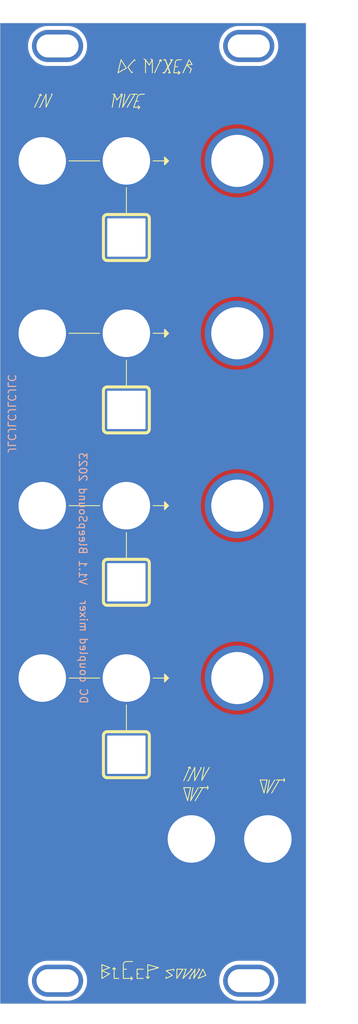
<source format=kicad_pcb>
(kicad_pcb (version 20221018) (generator pcbnew)
  (layers (0 "F.Cu" signal) (31 "B.Cu" signal) (34 "B.Paste" user) (35 "F.Paste" user) (36 "B.SilkS" user "B.Silkscreen") (37 "F.SilkS" user "F.Silkscreen") (38 "B.Mask" user) (39 "F.Mask" user) (44 "Edge.Cuts" user))
  (net 0 "")
  (net 1 "GND")
  (footprint "Synth:Doepfer Mounting hole" (layer "F.Cu") (at 79.5 147)
    (fp_text reference "H1" hide)
    (fp_text value "MountingHole")
    (pad "1" thru_hole oval (at 0 0) (size 6.7 4.2) (drill oval 5.5 3) (layers "*.Cu" "*.Mask"))
  )
  (footprint "Synth:Doepfer Mounting hole" (layer "F.Cu") (at 79.5 25)
    (fp_text reference "H4" hide)
    (fp_text value "MountingHole")
    (pad "1" thru_hole oval (at 0 0) (size 6.7 4.2) (drill oval 5.5 3) (layers "*.Cu" "*.Mask"))
  )
  (footprint "Synth:Doepfer Mounting hole" (layer "F.Cu") (at 104.5 147)
    (fp_text reference "H3" hide)
    (fp_text value "MountingHole")
    (pad "1" thru_hole oval (at 0 0) (size 6.7 4.2) (drill oval 5.5 3) (layers "*.Cu" "*.Mask"))
  )
  (footprint "Synth:Doepfer Mounting hole" (layer "F.Cu") (at 104.5 25)
    (fp_text reference "H2" hide)
    (fp_text value "MountingHole")
    (pad "1" thru_hole oval (at 0 0) (size 6.7 4.2) (drill oval 5.5 3) (layers "*.Cu" "*.Mask"))
  )
  (gr_circle (center 103 107.5) (end 111.6 107.5) (stroke (width 0.2)) (fill solid) (layer "F.Cu"))
  (gr_circle (center 103 40) (end 111.6 40) (stroke (width 0.2)) (fill solid) (layer "F.Cu"))
  (gr_circle (center 103 85) (end 111.6 85) (stroke (width 0.2)) (fill solid) (layer "F.Cu"))
  (gr_circle (center 103 62.5) (end 111.6 62.5) (stroke (width 0.2)) (fill solid) (layer "F.Cu"))
  (gr_line (start 86.9 145.3) (end 86.9 146.7) (stroke (width 0.12)) (layer "F.SilkS"))
  (gr_line (start 88.1 146.7) (end 89.3 146.7) (stroke (width 0.12)) (layer "F.SilkS"))
  (gr_line (start 85.3 146.7) (end 86.3 146.1) (stroke (width 0.12)) (layer "F.SilkS"))
  (gr_line (start 86.3 146.1) (end 85.3 145.7) (stroke (width 0.12)) (layer "F.SilkS"))
  (gr_line (start 86.9 146.7) (end 87.5 146.7) (stroke (width 0.12)) (layer "F.SilkS"))
  (gr_line (start 88.5 144.5) (end 89.3 144.5) (stroke (width 0.12)) (layer "F.SilkS"))
  (gr_line (start 89.9 146.7) (end 90.7 146.7) (stroke (width 0.12)) (layer "F.SilkS"))
  (gr_line (start 91.3 144.9) (end 92.7 145.3) (stroke (width 0.12)) (layer "F.SilkS"))
  (gr_line (start 88.1 144.9) (end 88.1 146.7) (stroke (width 0.12)) (layer "F.SilkS"))
  (gr_line (start 88.1 145.5) (end 88.5 145.5) (stroke (width 0.12)) (layer "F.SilkS"))
  (gr_line (start 89.9 145.5) (end 89.9 146.7) (stroke (width 0.12)) (layer "F.SilkS"))
  (gr_line (start 91.1 146.5) (end 91.3 146.7) (stroke (width 0.12)) (layer "F.SilkS"))
  (gr_line (start 89.9 145.5) (end 90.7 145.5) (stroke (width 0.12)) (layer "F.SilkS"))
  (gr_line (start 91.3 146.7) (end 91.3 146.5) (stroke (width 0.12)) (layer "F.SilkS"))
  (gr_line (start 91.3 144.9) (end 91.3 146.7) (stroke (width 0.12)) (layer "F.SilkS"))
  (gr_line (start 92.7 145.3) (end 91.3 145.7) (stroke (width 0.12)) (layer "F.SilkS"))
  (gr_line (start 89.9 146.1) (end 90.1 146.1) (stroke (width 0.12)) (layer "F.SilkS"))
  (gr_line (start 85.3 145.7) (end 86.3 145.3) (stroke (width 0.12)) (layer "F.SilkS"))
  (gr_line (start 91.3 146.7) (end 91.5 146.5) (stroke (width 0.12)) (layer "F.SilkS"))
  (gr_line (start 85.3 144.9) (end 85.3 146.7) (stroke (width 0.12)) (layer "F.SilkS"))
  (gr_line (start 86.3 145.3) (end 85.3 144.9) (stroke (width 0.12)) (layer "F.SilkS"))
  (gr_line (start 98.1 145.5) (end 97.9 145.5) (stroke (width 0.12)) (layer "F.SilkS"))
  (gr_line (start 93.7 146.7) (end 93.7 146.5) (stroke (width 0.12)) (layer "F.SilkS"))
  (gr_line (start 95.1 145.5) (end 95.1 146.7) (stroke (width 0.12)) (layer "F.SilkS"))
  (gr_line (start 96.3 145.5) (end 95.9 146.7) (stroke (width 0.12)) (layer "F.SilkS"))
  (gr_line (start 95.9 146.7) (end 97.1 145.5) (stroke (width 0.12)) (layer "F.SilkS"))
  (gr_line (start 98.5 145.5) (end 97.9 146.7) (stroke (width 0.12)) (layer "F.SilkS"))
  (gr_line (start 98.5 145.5) (end 98.9 146.3) (stroke (width 0.12)) (layer "F.SilkS"))
  (gr_line (start 94.7 145.5) (end 94.7 145.7) (stroke (width 0.12)) (layer "F.SilkS"))
  (gr_line (start 86.9 145.3) (end 86.7 145.5) (stroke (width 0.12)) (layer "F.SilkS"))
  (gr_line (start 86.9 145.3) (end 87.1 145.5) (stroke (width 0.12)) (layer "F.SilkS"))
  (gr_line (start 97.5 145.5) (end 97.3 146.7) (stroke (width 0.12)) (layer "F.SilkS"))
  (gr_arc (start 88.1 144.9) (mid 88.217157 144.617157) (end 88.5 144.5) (stroke (width 0.12)) (layer "F.SilkS"))
  (gr_line (start 94.5 146.3) (end 93.7 146.7) (stroke (width 0.12)) (layer "F.SilkS"))
  (gr_line (start 89.3 146.7) (end 89.1 146.5) (stroke (width 0.12)) (layer "F.SilkS"))
  (gr_line (start 89.3 146.7) (end 89.1 146.9) (stroke (width 0.12)) (layer "F.SilkS"))
  (gr_line (start 93.7 145.7) (end 94.5 146.3) (stroke (width 0.12)) (layer "F.SilkS"))
  (gr_line (start 95.9 145.5) (end 95.1 145.5) (stroke (width 0.12)) (layer "F.SilkS"))
  (gr_line (start 97.3 146.7) (end 98.1 145.5) (stroke (width 0.12)) (layer "F.SilkS"))
  (gr_line (start 97.5 145.5) (end 96.7 146.7) (stroke (width 0.12)) (layer "F.SilkS"))
  (gr_line (start 96.3 145.5) (end 96.1 145.5) (stroke (width 0.12)) (layer "F.SilkS"))
  (gr_line (start 96.7 146.7) (end 96.9 146.7) (stroke (width 0.12)) (layer "F.SilkS"))
  (gr_line (start 97.1 145.5) (end 96.9 145.5) (stroke (width 0.12)) (layer "F.SilkS"))
  (gr_line (start 95.1 146.7) (end 95.9 145.5) (stroke (width 0.12)) (layer "F.SilkS"))
  (gr_line (start 97.9 146.7) (end 98.9 146.3) (stroke (width 0.12)) (layer "F.SilkS"))
  (gr_line (start 94.7 145.5) (end 93.7 145.7) (stroke (width 0.12)) (layer "F.SilkS"))
  (gr_line (start 88.5 43.5) (end 88.5 47) (stroke (width 0.12)) (layer "F.SilkS"))
  (gr_line (start 108.1 120.8) (end 108.8 120.8) (stroke (width 0.12)) (layer "F.SilkS"))
  (gr_line (start 106.5 122.5) (end 106 120.8) (stroke (width 0.12)) (layer "F.SilkS"))
  (gr_line (start 106 120.8) (end 106.9 120.8) (stroke (width 0.12)) (layer "F.SilkS"))
  (gr_line (start 107.2 120.8) (end 106.9 122.5) (stroke (width 0.12)) (layer "F.SilkS"))
  (gr_line (start 106.9 122.5) (end 107.9 120.8) (stroke (width 0.12)) (layer "F.SilkS"))
  (gr_line (start 106.9 120.8) (end 106.5 122.5) (stroke (width 0.12)) (layer "F.SilkS"))
  (gr_line (start 108.5 120.8) (end 107.5 122.5) (stroke (width 0.12)) (layer "F.SilkS"))
  (gr_line (start 77.3 31.3) (end 77.1 31.4) (stroke (width 0.12)) (layer "F.SilkS"))
  (gr_line (start 77.2 33) (end 78 31.3) (stroke (width 0.12)) (layer "F.SilkS"))
  (gr_line (start 77.2 33) (end 77.1 33) (stroke (width 0.12)) (layer "F.SilkS"))
  (gr_line (start 78 31.3) (end 78 33) (stroke (width 0.12)) (layer "F.SilkS"))
  (gr_line (start 77.3 31.3) (end 77.4 31.5) (stroke (width 0.12)) (layer "F.SilkS"))
  (gr_line (start 78 33) (end 78.8 31.3) (stroke (width 0.12)) (layer "F.SilkS"))
  (gr_line (start 76.5 33) (end 77.3 31.3) (stroke (width 0.12)) (layer "F.SilkS"))
  (gr_line (start 78.8 31.3) (end 78.7 31.3) (stroke (width 0.12)) (layer "F.SilkS"))
  (gr_line (start 109.2 120.8) (end 109.1 121) (stroke (width 0.12)) (layer "F.SilkS"))
  (gr_line (start 96.9 121.8) (end 96.5 123.5) (stroke (width 0.12)) (layer "F.SilkS"))
  (gr_line (start 81 107.5) (end 85 107.5) (stroke (width 0.12)) (layer "F.SilkS"))
  (gr_line (start 98.3 119.2) (end 97.425 120.9) (stroke (width 0.12)) (layer "F.SilkS"))
  (gr_line (start 85.5 47.5) (end 85.5 52.5) (stroke (width 0.4)) (layer "F.SilkS"))
  (gr_line (start 96.5 123.5) (end 96 121.8) (stroke (width 0.12)) (layer "F.SilkS"))
  (gr_line (start 88 33) (end 89 31.3) (stroke (width 0.12)) (layer "F.SilkS"))
  (gr_line (start 96.7 26.8) (end 95.9 28.5) (stroke (width 0.12)) (layer "F.SilkS"))
  (gr_arc (start 91 47) (mid 91.353553 47.146447) (end 91.5 47.5) (stroke (width 0.4)) (layer "F.SilkS"))
  (gr_line (start 87.95 31.3) (end 87.25 32.05) (stroke (width 0.12)) (layer "F.SilkS"))
  (gr_line (start 97.1 27.4) (end 96.4 27.5) (stroke (width 0.12)) (layer "F.SilkS"))
  (gr_line (start 96 121.8) (end 96.9 121.8) (stroke (width 0.12)) (layer "F.SilkS"))
  (gr_arc (start 91 92) (mid 91.353553 92.146447) (end 91.5 92.5) (stroke (width 0.4)) (layer "F.SilkS"))
  (gr_line (start 85.5 70) (end 85.5 75) (stroke (width 0.4)) (layer "F.SilkS"))
  (gr_poly (pts (xy 94 62.5) (xy 93.5 63) (xy 93.5 62)) (stroke (width 0.15)) (fill solid) (layer "F.SilkS"))
  (gr_line (start 91.5 47.5) (end 91.5 52.5) (stroke (width 0.4)) (layer "F.SilkS"))
  (gr_line (start 89.55 26.8) (end 88.7 27.75) (stroke (width 0.12)) (layer "F.SilkS"))
  (gr_line (start 93 26.8) (end 93.1 27) (stroke (width 0.12)) (layer "F.SilkS"))
  (gr_arc (start 85.5 115) (mid 85.646447 114.646447) (end 86 114.5) (stroke (width 0.4)) (layer "F.SilkS"))
  (gr_line (start 98.8 121.8) (end 99.2 121.8) (stroke (width 0.12)) (layer "F.SilkS"))
  (gr_line (start 86 69.5) (end 91 69.5) (stroke (width 0.4)) (layer "F.SilkS"))
  (gr_line (start 87.95 31.3) (end 87.55 33) (stroke (width 0.12)) (layer "F.SilkS"))
  (gr_line (start 88.5 88.5) (end 88.5 92) (stroke (width 0.12)) (layer "F.SilkS"))
  (gr_line (start 86 114.5) (end 91 114.5) (stroke (width 0.4)) (layer "F.SilkS"))
  (gr_line (start 93 26.8) (end 92.8 26.9) (stroke (width 0.12)) (layer "F.SilkS"))
  (gr_line (start 94 107.5) (end 92 107.5) (stroke (width 0.12)) (layer "F.SilkS"))
  (gr_line (start 87.8 26.8) (end 87.4 28.5) (stroke (width 0.12)) (layer "F.SilkS"))
  (gr_line (start 87.95 31.3) (end 87.75 31.3) (stroke (width 0.12)) (layer "F.SilkS"))
  (gr_arc (start 86 53) (mid 85.646447 52.853553) (end 85.5 52.5) (stroke (width 0.4)) (layer "F.SilkS"))
  (gr_line (start 91.5 70) (end 91.5 75) (stroke (width 0.4)) (layer "F.SilkS"))
  (gr_line (start 89.55 26.8) (end 89.65 26.9) (stroke (width 0.12)) (layer "F.SilkS"))
  (gr_line (start 91 26.8) (end 91 28.5) (stroke (width 0.12)) (layer "F.SilkS"))
  (gr_line (start 92.2 28.5) (end 93 26.8) (stroke (width 0.12)) (layer "F.SilkS"))
  (gr_line (start 87.25 32.05) (end 86.95 31.3) (stroke (width 0.12)) (layer "F.SilkS"))
  (gr_line (start 91 98) (end 86 98) (stroke (width 0.4)) (layer "F.SilkS"))
  (gr_line (start 89.75 32.2) (end 90.05 32.2) (stroke (width 0.12)) (layer "F.SilkS"))
  (gr_line (start 90.25 33) (end 90.05 32.8) (stroke (width 0.12)) (layer "F.SilkS"))
  (gr_line (start 81 40) (end 85 40) (stroke (width 0.12)) (layer "F.SilkS"))
  (gr_arc (start 85.5 70) (mid 85.646447 69.646447) (end 86 69.5) (stroke (width 0.4)) (layer "F.SilkS"))
  (gr_line (start 96.8 119.1) (end 96.6 119.2) (stroke (width 0.12)) (layer "F.SilkS"))
  (gr_line (start 90.25 33) (end 90.05 33.2) (stroke (width 0.12)) (layer "F.SilkS"))
  (gr_line (start 90.45 31.3) (end 90.85 31.3) (stroke (width 0.12)) (layer "F.SilkS"))
  (gr_line (start 86 92) (end 91 92) (stroke (width 0.4)) (layer "F.SilkS"))
  (gr_line (start 91.5 27.5) (end 91 26.8) (stroke (width 0.12)) (layer "F.SilkS"))
  (gr_line (start 98.5 121.8) (end 97.5 123.5) (stroke (width 0.12)) (layer "F.SilkS"))
  (gr_poly (pts (xy 94 40) (xy 93.5 40.5) (xy 93.5 39.5)) (stroke (width 0.15)) (fill solid) (layer "F.SilkS"))
  (gr_line (start 109.2 120.8) (end 109.1 120.6) (stroke (width 0.12)) (layer "F.SilkS"))
  (gr_line (start 99.2 121.8) (end 99.1 122) (stroke (width 0.12)) (layer "F.SilkS"))
  (gr_line (start 91 120.5) (end 86 120.5) (stroke (width 0.4)) (layer "F.SilkS"))
  (gr_line (start 85.5 115) (end 85.5 120) (stroke (width 0.4)) (layer "F.SilkS"))
  (gr_line (start 94 40) (end 92 40) (stroke (width 0.12)) (layer "F.SilkS"))
  (gr_arc (start 91.5 97.5) (mid 91.353553 97.853553) (end 91 98) (stroke (width 0.4)) (layer "F.SilkS"))
  (gr_arc (start 85.5 92.5) (mid 85.646447 92.146447) (end 86 92) (stroke (width 0.4)) (layer "F.SilkS"))
  (gr_line (start 99.2 121.8) (end 99.1 121.6) (stroke (width 0.12)) (layer "F.SilkS"))
  (gr_line (start 97.45 119.15) (end 97.425 120.9) (stroke (width 0.12)) (layer "F.SilkS"))
  (gr_arc (start 86 75.5) (mid 85.646447 75.353553) (end 85.5 75) (stroke (width 0.4)) (layer "F.SilkS"))
  (gr_line (start 97.45 119.15) (end 96.6 120.9) (stroke (width 0.12)) (layer "F.SilkS"))
  (gr_line (start 94.5 26.8) (end 94.3 26.8) (stroke (width 0.15)) (layer "F.SilkS"))
  (gr_line (start 89.95 31.65) (end 89.45 33) (stroke (width 0.12)) (layer "F.SilkS"))
  (gr_line (start 88.3 31.3) (end 88 33) (stroke (width 0.12)) (layer "F.SilkS"))
  (gr_arc (start 91.5 120) (mid 91.353553 120.353553) (end 91 120.5) (stroke (width 0.4)) (layer "F.SilkS"))
  (gr_line (start 86.95 31.3) (end 86.65 33) (stroke (width 0.12)) (layer "F.SilkS"))
  (gr_arc (start 86 98) (mid 85.646447 97.853553) (end 85.5 97.5) (stroke (width 0.4)) (layer "F.SilkS"))
  (gr_line (start 96.6 120.9) (end 96.5 120.9) (stroke (width 0.12)) (layer "F.SilkS"))
  (gr_line (start 93.6 26.8) (end 94.2 28.5) (stroke (width 0.15)) (layer "F.SilkS"))
  (gr_arc (start 89.95 31.65) (mid 90.147762 31.400375) (end 90.45 31.3) (stroke (width 0.12)) (layer "F.SilkS"))
  (gr_line (start 81 85) (end 85 85) (stroke (width 0.12)) (layer "F.SilkS"))
  (gr_poly (pts (xy 94 85) (xy 93.5 85.5) (xy 93.5 84.5)) (stroke (width 0.15)) (fill solid) (layer "F.SilkS"))
  (gr_line (start 94.9 27.2) (end 94.7 28.5) (stroke (width 0.12)) (layer "F.SilkS"))
  (gr_line (start 96 120.9) (end 96.8 119.1) (stroke (width 0.12)) (layer "F.SilkS"))
  (gr_arc (start 85.5 47.5) (mid 85.646447 47.146447) (end 86 47) (stroke (width 0.4)) (layer "F.SilkS"))
  (gr_arc (start 86 120.5) (mid 85.646447 120.353553) (end 85.5 120) (stroke (width 0.4)) (layer "F.SilkS"))
  (gr_line (start 98.1 121.8) (end 98.8 121.8) (stroke (width 0.12)) (layer "F.SilkS"))
  (gr_line (start 89.2 31.3) (end 89.9 31.3) (stroke (width 0.12)) (layer "F.SilkS"))
  (gr_arc (start 91 69.5) (mid 91.353553 69.646447) (end 91.5 70) (stroke (width 0.4)) (layer "F.SilkS"))
  (gr_line (start 96.4 27.5) (end 97 28) (stroke (width 0.12)) (layer "F.SilkS"))
  (gr_line (start 89.2 28.5) (end 89.3 28.4) (stroke (width 0.12)) (layer "F.SilkS"))
  (gr_line (start 94.9 27.7) (end 95.2 27.7) (stroke (width 0.12)) (layer "F.SilkS"))
  (gr_line (start 96.9 123.5) (end 97.9 121.8) (stroke (width 0.12)) (layer "F.SilkS"))
  (gr_line (start 94 85) (end 92 85) (stroke (width 0.12)) (layer "F.SilkS"))
  (gr_line (start 85.5 92.5) (end 85.5 97.5) (stroke (width 0.4)) (layer "F.SilkS"))
  (gr_arc (start 94.9 27.2) (mid 95.017157 26.917157) (end 95.3 26.8) (stroke (width 0.12)) (layer "F.SilkS"))
  (gr_line (start 88.5 66) (end 88.5 69.5) (stroke (width 0.12)) (layer "F.SilkS"))
  (gr_line (start 94 62.5) (end 92 62.5) (stroke (width 0.12)) (layer "F.SilkS"))
  (gr_line (start 91.9 26.8) (end 91.5 27.5) (stroke (width 0.12)) (layer "F.SilkS"))
  (gr_line (start 91 26.8) (end 90.8 26.7) (stroke (width 0.12)) (layer "F.SilkS"))
  (gr_line (start 81 62.5) (end 85 62.5) (stroke (width 0.12)) (layer "F.SilkS"))
  (gr_line (start 93.6 26.8) (end 93.4 26.8) (stroke (width 0.15)) (layer "F.SilkS"))
  (gr_line (start 95.3 26.8) (end 95.7 26.8) (stroke (width 0.12)) (layer "F.SilkS"))
  (gr_poly (pts (xy 94 107.5) (xy 93.5 108) (xy 93.5 107)) (stroke (width 0.15)) (fill solid) (layer "F.SilkS"))
  (gr_line (start 108.8 120.8) (end 109.2 120.8) (stroke (width 0.12)) (layer "F.SilkS"))
  (gr_line (start 98.65 119.15) (end 98.35 120.85) (stroke (width 0.12)) (layer "F.SilkS"))
  (gr_line (start 91 75.5) (end 86 75.5) (stroke (width 0.4)) (layer "F.SilkS"))
  (gr_line (start 95.5 28.5) (end 95.3 28.7) (stroke (width 0.12)) (layer "F.SilkS"))
  (gr_line (start 91.9 26.8) (end 91.9 28.5) (stroke (width 0.12)) (layer "F.SilkS"))
  (gr_line (start 86 47) (end 91 47) (stroke (width 0.4)) (layer "F.SilkS"))
  (gr_line (start 91.5 115) (end 91.5 120) (stroke (width 0.4)) (layer "F.SilkS"))
  (gr_line (start 86.95 31.3) (end 86.75 31.3) (stroke (width 0.12)) (layer "F.SilkS"))
  (gr_line (start 94.2 28.5) (end 94 28.5) (stroke (width 0.15)) (layer "F.SilkS"))
  (gr_arc (start 91 114.5) (mid 91.353553 114.646447) (end 91.5 115) (stroke (width 0.4)) (layer "F.SilkS"))
  (gr_arc (start 91.5 75) (mid 91.353553 75.353553) (end 91 75.5) (stroke (width 0.4)) (layer "F.SilkS"))
  (gr_line (start 98.35 120.85) (end 99.35 119.15) (stroke (width 0.12)) (layer "F.SilkS"))
  (gr_line (start 93.5 28.5) (end 94.5 26.8) (stroke (width 0.15)) (layer "F.SilkS"))
  (gr_line (start 88.5 27.9) (end 87.8 26.8) (stroke (width 0.12)) (layer "F.SilkS"))
  (gr_line (start 97.2 121.8) (end 96.9 123.5) (stroke (width 0.12)) (layer "F.SilkS"))
  (gr_arc (start 91.5 52.5) (mid 91.353553 52.853553) (end 91 53) (stroke (width 0.4)) (layer "F.SilkS"))
  (gr_line (start 94.7 28.5) (end 95.4 28.5) (stroke (width 0.12)) (layer "F.SilkS"))
  (gr_line (start 88.7 27.75) (end 89.2 28.5) (stroke (width 0.12)) (layer "F.SilkS"))
  (gr_line (start 97 28) (end 96.8 28.5) (stroke (width 0.12)) (layer "F.SilkS"))
  (gr_line (start 87.4 28.5) (end 88.5 27.9) (stroke (width 0.12)) (layer "F.SilkS"))
  (gr_line (start 96.7 26.8) (end 97.1 27.4) (stroke (width 0.12)) (layer "F.SilkS"))
  (gr_line (start 98.3 119.2) (end 98.2 119.2) (stroke (width 0.12)) (layer "F.SilkS"))
  (gr_line (start 88.5 111) (end 88.5 114.5) (stroke (width 0.12)) (layer "F.SilkS"))
  (gr_line (start 89.45 33) (end 90.15 33) (stroke (width 0.12)) (layer "F.SilkS"))
  (gr_line (start 91.5 92.5) (end 91.5 97.5) (stroke (width 0.4)) (layer "F.SilkS"))
  (gr_line (start 91 53) (end 86 53) (stroke (width 0.4)) (layer "F.SilkS"))
  (gr_line (start 96.8 119.1) (end 96.9 119.3) (stroke (width 0.12)) (layer "F.SilkS"))
  (gr_line (start 95.5 28.5) (end 95.3 28.3) (stroke (width 0.12)) (layer "F.SilkS"))
  (gr_line (start 93.5 28.5) (end 93.3 28.5) (stroke (width 0.15)) (layer "F.SilkS"))
  (gr_line (start 89.6 31.3) (end 88.6 33) (stroke (width 0.12)) (layer "F.SilkS"))
  (gr_line (start 91.9 26.8) (end 91.7 26.7) (stroke (width 0.12)) (layer "F.SilkS"))
  (gr_line (start 72 22) (end 72 150) (stroke (width 0.05)) (layer "Edge.Cuts"))
  (gr_line (start 72 22) (end 112 22) (stroke (width 0.05)) (layer "Edge.Cuts"))
  (gr_line (start 112 22) (end 112 150) (stroke (width 0.05)) (layer "Edge.Cuts"))
  (gr_line (start 112 150) (end 72 150) (stroke (width 0.05)) (layer "Edge.Cuts"))
  (gr_text "DC coupled mixer\n" (at 82.9 104.1 -90) (layer "B.SilkS") (effects (font (size 1 1)) (justify mirror)))
  (gr_text "V1.1 BleepSound 2023\n" (at 82.8 86.7 -90) (layer "B.SilkS") (effects (font (size 1 1)) (justify mirror)))
  (gr_text "JLCJLCJLCJLC\n" (at 73.5 73 -90) (layer "B.SilkS") (effects (font (size 1 1)) (justify mirror)))
  (via (at 103 107.5) (size 8.5) (drill 6.8) (layers "F.Cu" "B.Cu") (net 0))
  (via (at 103 85) (size 8.5) (drill 6.8) (layers "F.Cu" "B.Cu") (net 0))
  (via (at 103 40) (size 8.5) (drill 6.8) (layers "F.Cu" "B.Cu") (net 0))
  (via (at 103 62.5) (size 8.5) (drill 6.8) (layers "F.Cu" "B.Cu") (net 0))
  (via (at 107 128.5) (size 8) (drill 6.2) (layers "F.Cu" "B.Cu") (net 1))
  (via (at 77.5 62.5) (size 8) (drill 6.2) (layers "F.Cu" "B.Cu") (net 1))
  (via (at 97 128.5) (size 8) (drill 6.2) (layers "F.Cu" "B.Cu") (net 1))
  (via (at 77.5 107.5) (size 8) (drill 6.2) (layers "F.Cu" "B.Cu") (net 1))
  (via (at 77.5 85) (size 8) (drill 6.2) (layers "F.Cu" "B.Cu") (net 1))
  (via (at 88.5 107.5) (size 8) (drill 6.2) (layers "F.Cu" "B.Cu") (net 1))
  (via (at 88.5 62.5) (size 8) (drill 6.2) (layers "F.Cu" "B.Cu") (net 1))
  (via (at 88.5 40) (size 8) (drill 6.2) (layers "F.Cu" "B.Cu") (net 1))
  (via (at 77.5 40) (size 8) (drill 6.2) (layers "F.Cu" "B.Cu") (net 1))
  (via (at 88.5 85) (size 8) (drill 6.2) (layers "F.Cu" "B.Cu") (net 1))
  (zone (net 0) (net_name "") (layers "F&B.Cu") (connect_pads (clearance 0)) (min_thickness 0.254)
    (keepout (tracks not_allowed) (vias not_allowed) (pads allowed) (copperpour not_allowed) (footprints allowed))
    (fill (thermal_gap 0.508) (thermal_bridge_width 0.508))
    (polygon (pts (xy 91 52.5) (xy 86 52.5) (xy 86 47.5) (xy 91 47.5)))
  )
  (zone (net 0) (net_name "") (layers "F&B.Cu") (connect_pads (clearance 0)) (min_thickness 0.254)
    (keepout (tracks not_allowed) (vias not_allowed) (pads allowed) (copperpour not_allowed) (footprints allowed))
    (fill (thermal_gap 0.508) (thermal_bridge_width 0.508))
    (polygon (pts (xy 91 120) (xy 86 120) (xy 86 115) (xy 91 115)))
  )
  (zone (net 0) (net_name "") (layers "F&B.Cu") (connect_pads (clearance 0)) (min_thickness 0.254)
    (keepout (tracks not_allowed) (vias not_allowed) (pads allowed) (copperpour not_allowed) (footprints allowed))
    (fill (thermal_gap 0.508) (thermal_bridge_width 0.508))
    (polygon (pts (xy 91 75) (xy 86 75) (xy 86 70) (xy 91 70)))
  )
  (zone (net 0) (net_name "") (layers "F&B.Cu") (connect_pads (clearance 0)) (min_thickness 0.254)
    (keepout (tracks not_allowed) (vias not_allowed) (pads allowed) (copperpour not_allowed) (footprints allowed))
    (fill (thermal_gap 0.508) (thermal_bridge_width 0.508))
    (polygon (pts (xy 91 97.5) (xy 86 97.5) (xy 86 92.5) (xy 91 92.5)))
  )
  (zone (net 1) (net_name "GND") (layer "B.Cu") (priority 1) (connect_pads (clearance 0.508)) (min_thickness 0.25) (fill yes (thermal_gap 0.5) (thermal_bridge_width 0.5))
    (polygon (pts (xy 72 22) (xy 72 150) (xy 112 150) (xy 112 22)))
  )
)
</source>
